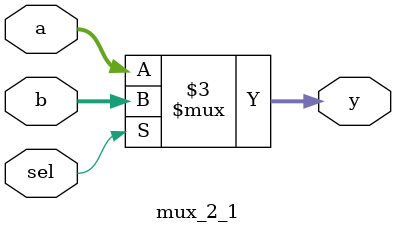
<source format=v>
parameter data_width =2;
module mux_2_1(input[data_width:0] a,b,
               input sel ,output reg [data_width:0] y);
  
  always @(a,b,sel)
 begin 
 
  if(sel)begin
      y=b;
    end else begin
      y=a;
    end

 end
endmodule

</source>
